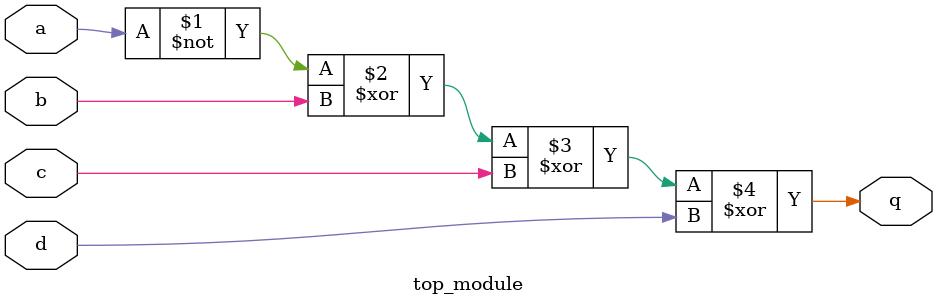
<source format=v>
module top_module (
	input a,
	input b,
	input c,
	input d,
	output q
);

	assign q = ~a^b^c^d;

endmodule

</source>
